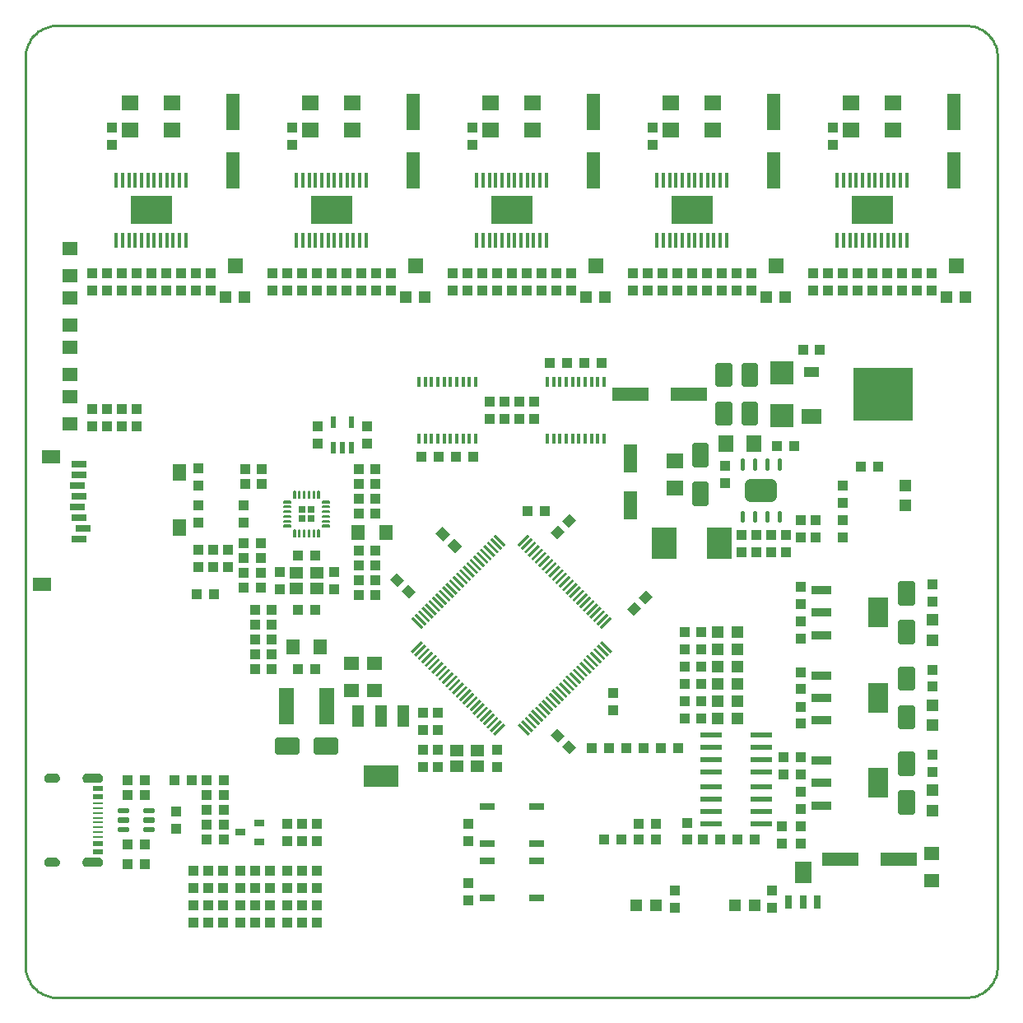
<source format=gbr>
G04 EAGLE Gerber RS-274X export*
G75*
%MOMM*%
%FSLAX34Y34*%
%LPD*%
%INGPT*%
%IPPOS*%
%AMOC8*
5,1,8,0,0,1.08239X$1,22.5*%
G01*
%ADD10R,2.095500X1.524000*%
%ADD11R,0.270000X1.500000*%
%ADD12R,1.500000X0.270000*%
%ADD13R,1.400000X1.200000*%
%ADD14R,1.000000X1.100000*%
%ADD15R,1.100000X1.000000*%
%ADD16R,1.600000X1.400000*%
%ADD17R,1.524000X0.762000*%
%ADD18R,1.200000X1.200000*%
%ADD19R,0.426000X1.650000*%
%ADD20R,4.320000X3.000000*%
%ADD21R,1.800000X1.600000*%
%ADD22R,0.304800X0.990600*%
%ADD23C,0.140000*%
%ADD24R,0.650000X0.650000*%
%ADD25R,1.400000X1.600000*%
%ADD26R,0.550000X1.200000*%
%ADD27R,1.219200X2.235200*%
%ADD28R,3.600000X2.200000*%
%ADD29R,3.800000X1.400000*%
%ADD30R,2.150000X0.950000*%
%ADD31R,2.150000X3.150000*%
%ADD32C,0.510000*%
%ADD33R,1.400000X3.800000*%
%ADD34R,1.400000X1.800000*%
%ADD35R,1.900000X1.400000*%
%ADD36R,1.500000X0.800000*%
%ADD37R,2.200000X0.600000*%
%ADD38R,0.800000X1.400000*%
%ADD39R,1.800000X2.200000*%
%ADD40R,6.200000X5.400000*%
%ADD41R,1.600000X1.000000*%
%ADD42R,2.400000X2.400000*%
%ADD43R,1.400000X3.000000*%
%ADD44R,1.000000X0.280000*%
%ADD45R,1.000000X0.560000*%
%ADD46C,0.363000*%
%ADD47R,1.016000X0.635000*%
%ADD48R,1.600000X1.500000*%
%ADD49R,1.500000X3.700000*%
%ADD50R,1.600000X1.800000*%
%ADD51C,0.250000*%
%ADD52C,1.200000*%
%ADD53R,2.500000X3.200000*%
%ADD54C,0.254000*%

G36*
X-424835Y-363206D02*
X-424835Y-363206D01*
X-424832Y-363209D01*
X-423737Y-363029D01*
X-423731Y-363023D01*
X-423726Y-363026D01*
X-422698Y-362607D01*
X-422694Y-362600D01*
X-422689Y-362602D01*
X-421780Y-361965D01*
X-421778Y-361957D01*
X-421772Y-361957D01*
X-421028Y-361134D01*
X-421027Y-361126D01*
X-421021Y-361125D01*
X-420479Y-360157D01*
X-420480Y-360148D01*
X-420474Y-360146D01*
X-420161Y-359082D01*
X-420164Y-359074D01*
X-420159Y-359071D01*
X-420091Y-357963D01*
X-420095Y-357957D01*
X-420091Y-357953D01*
X-420261Y-356845D01*
X-420267Y-356839D01*
X-420264Y-356834D01*
X-420676Y-355792D01*
X-420683Y-355788D01*
X-420681Y-355783D01*
X-421315Y-354858D01*
X-421323Y-354856D01*
X-421322Y-354850D01*
X-422146Y-354090D01*
X-422154Y-354089D01*
X-422154Y-354083D01*
X-423126Y-353526D01*
X-423134Y-353527D01*
X-423136Y-353521D01*
X-424208Y-353194D01*
X-424216Y-353197D01*
X-424219Y-353192D01*
X-425336Y-353111D01*
X-425339Y-353112D01*
X-425340Y-353111D01*
X-437340Y-353111D01*
X-437343Y-353113D01*
X-437350Y-353113D01*
X-437351Y-353112D01*
X-438295Y-353331D01*
X-438301Y-353337D01*
X-438306Y-353335D01*
X-439178Y-353759D01*
X-439181Y-353766D01*
X-439187Y-353764D01*
X-439943Y-354371D01*
X-439945Y-354379D01*
X-439951Y-354379D01*
X-440552Y-355139D01*
X-440552Y-355148D01*
X-440558Y-355149D01*
X-440976Y-356024D01*
X-440974Y-356032D01*
X-440979Y-356034D01*
X-441192Y-356980D01*
X-441188Y-356987D01*
X-441193Y-356991D01*
X-441189Y-357960D01*
X-441189Y-357961D01*
X-441170Y-359029D01*
X-441165Y-359036D01*
X-441169Y-359040D01*
X-440913Y-360077D01*
X-440906Y-360082D01*
X-440909Y-360088D01*
X-440428Y-361042D01*
X-440421Y-361046D01*
X-440422Y-361051D01*
X-439741Y-361875D01*
X-439733Y-361876D01*
X-439733Y-361882D01*
X-438886Y-362533D01*
X-438878Y-362533D01*
X-438877Y-362539D01*
X-437906Y-362986D01*
X-437898Y-362984D01*
X-437896Y-362989D01*
X-436850Y-363208D01*
X-436843Y-363205D01*
X-436840Y-363209D01*
X-424840Y-363209D01*
X-424835Y-363206D01*
G37*
G36*
X-424835Y-276805D02*
X-424835Y-276805D01*
X-424832Y-276809D01*
X-423726Y-276616D01*
X-423721Y-276611D01*
X-423721Y-276610D01*
X-423716Y-276613D01*
X-422681Y-276180D01*
X-422677Y-276173D01*
X-422672Y-276175D01*
X-421759Y-275522D01*
X-421757Y-275514D01*
X-421751Y-275515D01*
X-421007Y-274676D01*
X-421006Y-274667D01*
X-421001Y-274667D01*
X-420462Y-273683D01*
X-420463Y-273675D01*
X-420462Y-273674D01*
X-420458Y-273673D01*
X-420457Y-273671D01*
X-420275Y-273030D01*
X-420151Y-272594D01*
X-420153Y-272589D01*
X-420151Y-272587D01*
X-420153Y-272585D01*
X-420149Y-272583D01*
X-420091Y-271463D01*
X-420094Y-271458D01*
X-420091Y-271455D01*
X-420209Y-270409D01*
X-420215Y-270403D01*
X-420211Y-270398D01*
X-420559Y-269404D01*
X-420566Y-269400D01*
X-420564Y-269395D01*
X-421124Y-268503D01*
X-421131Y-268501D01*
X-421131Y-268495D01*
X-421875Y-267751D01*
X-421883Y-267749D01*
X-421883Y-267744D01*
X-422775Y-267184D01*
X-422783Y-267184D01*
X-422784Y-267179D01*
X-423778Y-266831D01*
X-423786Y-266834D01*
X-423789Y-266829D01*
X-424835Y-266711D01*
X-424838Y-266713D01*
X-424840Y-266711D01*
X-436840Y-266711D01*
X-436843Y-266713D01*
X-436846Y-266713D01*
X-436848Y-266711D01*
X-437844Y-266869D01*
X-437850Y-266875D01*
X-437855Y-266872D01*
X-438791Y-267247D01*
X-438795Y-267254D01*
X-438801Y-267252D01*
X-439630Y-267826D01*
X-439633Y-267834D01*
X-439638Y-267833D01*
X-440319Y-268577D01*
X-440320Y-268586D01*
X-440326Y-268586D01*
X-440824Y-269463D01*
X-440823Y-269472D01*
X-440828Y-269474D01*
X-441016Y-270098D01*
X-441119Y-270439D01*
X-441118Y-270442D01*
X-441119Y-270443D01*
X-441116Y-270447D01*
X-441121Y-270450D01*
X-441189Y-271457D01*
X-441188Y-271459D01*
X-441189Y-271460D01*
X-441180Y-272541D01*
X-441175Y-272548D01*
X-441179Y-272552D01*
X-440930Y-273604D01*
X-440923Y-273609D01*
X-440926Y-273614D01*
X-440449Y-274584D01*
X-440441Y-274587D01*
X-440443Y-274593D01*
X-439762Y-275432D01*
X-439754Y-275434D01*
X-439754Y-275440D01*
X-438904Y-276106D01*
X-438895Y-276107D01*
X-438894Y-276112D01*
X-437917Y-276573D01*
X-437909Y-276571D01*
X-437906Y-276577D01*
X-436851Y-276808D01*
X-436843Y-276805D01*
X-436840Y-276809D01*
X-424840Y-276809D01*
X-424835Y-276805D01*
G37*
G36*
X-469636Y-363206D02*
X-469636Y-363206D01*
X-469634Y-363209D01*
X-468501Y-363059D01*
X-468495Y-363053D01*
X-468490Y-363056D01*
X-467420Y-362658D01*
X-467416Y-362651D01*
X-467410Y-362653D01*
X-466455Y-362026D01*
X-466452Y-362018D01*
X-466447Y-362019D01*
X-465655Y-361196D01*
X-465654Y-361188D01*
X-465648Y-361187D01*
X-465059Y-360208D01*
X-465060Y-360200D01*
X-465055Y-360198D01*
X-464699Y-359113D01*
X-464702Y-359105D01*
X-464697Y-359102D01*
X-464591Y-357965D01*
X-464596Y-357956D01*
X-464592Y-357951D01*
X-464799Y-356814D01*
X-464805Y-356808D01*
X-464802Y-356803D01*
X-465257Y-355741D01*
X-465264Y-355737D01*
X-465262Y-355731D01*
X-465942Y-354796D01*
X-465950Y-354794D01*
X-465949Y-354788D01*
X-466820Y-354028D01*
X-466828Y-354028D01*
X-466829Y-354022D01*
X-467848Y-353475D01*
X-467856Y-353476D01*
X-467858Y-353471D01*
X-468972Y-353164D01*
X-468980Y-353167D01*
X-468983Y-353162D01*
X-470138Y-353111D01*
X-470139Y-353112D01*
X-470140Y-353111D01*
X-476140Y-353111D01*
X-476143Y-353113D01*
X-476148Y-353113D01*
X-476149Y-353112D01*
X-477230Y-353324D01*
X-477235Y-353330D01*
X-477240Y-353327D01*
X-478246Y-353774D01*
X-478250Y-353781D01*
X-478256Y-353779D01*
X-479137Y-354439D01*
X-479140Y-354447D01*
X-479145Y-354447D01*
X-479858Y-355286D01*
X-479858Y-355294D01*
X-479864Y-355295D01*
X-480372Y-356272D01*
X-480371Y-356280D01*
X-480376Y-356282D01*
X-480654Y-357347D01*
X-480651Y-357355D01*
X-480655Y-357358D01*
X-480689Y-358459D01*
X-480686Y-358464D01*
X-480689Y-358467D01*
X-480534Y-359543D01*
X-480528Y-359548D01*
X-480531Y-359553D01*
X-480141Y-360567D01*
X-480134Y-360571D01*
X-480136Y-360577D01*
X-479529Y-361479D01*
X-479521Y-361481D01*
X-479522Y-361487D01*
X-478730Y-362231D01*
X-478722Y-362232D01*
X-478722Y-362238D01*
X-477784Y-362787D01*
X-477776Y-362786D01*
X-477774Y-362792D01*
X-476738Y-363119D01*
X-476730Y-363116D01*
X-476727Y-363121D01*
X-475644Y-363209D01*
X-475641Y-363207D01*
X-475640Y-363209D01*
X-469640Y-363209D01*
X-469636Y-363206D01*
G37*
G36*
X-469637Y-276807D02*
X-469637Y-276807D01*
X-469636Y-276809D01*
X-468543Y-276708D01*
X-468537Y-276703D01*
X-468532Y-276706D01*
X-467489Y-276365D01*
X-467484Y-276358D01*
X-467479Y-276360D01*
X-466538Y-275796D01*
X-466535Y-275788D01*
X-466529Y-275789D01*
X-465737Y-275029D01*
X-465736Y-275021D01*
X-465730Y-275020D01*
X-465128Y-274103D01*
X-465128Y-274095D01*
X-465123Y-274093D01*
X-464739Y-273065D01*
X-464741Y-273057D01*
X-464736Y-273054D01*
X-464591Y-271967D01*
X-464595Y-271959D01*
X-464591Y-271955D01*
X-464697Y-270818D01*
X-464702Y-270812D01*
X-464699Y-270807D01*
X-465055Y-269722D01*
X-465062Y-269717D01*
X-465059Y-269712D01*
X-465648Y-268733D01*
X-465656Y-268730D01*
X-465655Y-268724D01*
X-466447Y-267901D01*
X-466455Y-267900D01*
X-466455Y-267894D01*
X-467410Y-267267D01*
X-467418Y-267268D01*
X-467420Y-267262D01*
X-468490Y-266864D01*
X-468498Y-266866D01*
X-468501Y-266861D01*
X-469634Y-266711D01*
X-469637Y-266713D01*
X-469638Y-266713D01*
X-469640Y-266711D01*
X-475640Y-266711D01*
X-475643Y-266713D01*
X-475645Y-266713D01*
X-475646Y-266711D01*
X-476779Y-266861D01*
X-476785Y-266867D01*
X-476790Y-266864D01*
X-477860Y-267262D01*
X-477864Y-267269D01*
X-477870Y-267267D01*
X-478825Y-267894D01*
X-478828Y-267902D01*
X-478833Y-267901D01*
X-479625Y-268724D01*
X-479626Y-268732D01*
X-479632Y-268733D01*
X-480221Y-269712D01*
X-480220Y-269720D01*
X-480225Y-269722D01*
X-480581Y-270807D01*
X-480579Y-270815D01*
X-480583Y-270818D01*
X-480689Y-271955D01*
X-480685Y-271962D01*
X-480689Y-271967D01*
X-480544Y-273054D01*
X-480538Y-273060D01*
X-480541Y-273065D01*
X-480158Y-274093D01*
X-480151Y-274098D01*
X-480153Y-274103D01*
X-479550Y-275020D01*
X-479542Y-275023D01*
X-479543Y-275029D01*
X-478751Y-275789D01*
X-478743Y-275790D01*
X-478742Y-275796D01*
X-477801Y-276360D01*
X-477793Y-276359D01*
X-477791Y-276365D01*
X-476748Y-276706D01*
X-476740Y-276704D01*
X-476737Y-276708D01*
X-475645Y-276809D01*
X-475642Y-276807D01*
X-475640Y-276809D01*
X-469640Y-276809D01*
X-469637Y-276807D01*
G37*
D10*
X308928Y100330D03*
D11*
G36*
X8026Y-33490D02*
X6117Y-31581D01*
X16722Y-20976D01*
X18631Y-22885D01*
X8026Y-33490D01*
G37*
G36*
X11562Y-37025D02*
X9653Y-35116D01*
X20258Y-24511D01*
X22167Y-26420D01*
X11562Y-37025D01*
G37*
G36*
X15097Y-40561D02*
X13188Y-38652D01*
X23793Y-28047D01*
X25702Y-29956D01*
X15097Y-40561D01*
G37*
G36*
X18633Y-44096D02*
X16724Y-42187D01*
X27329Y-31582D01*
X29238Y-33491D01*
X18633Y-44096D01*
G37*
G36*
X22169Y-47632D02*
X20260Y-45723D01*
X30865Y-35118D01*
X32774Y-37027D01*
X22169Y-47632D01*
G37*
G36*
X25704Y-51167D02*
X23795Y-49258D01*
X34400Y-38653D01*
X36309Y-40562D01*
X25704Y-51167D01*
G37*
G36*
X29240Y-54703D02*
X27331Y-52794D01*
X37936Y-42189D01*
X39845Y-44098D01*
X29240Y-54703D01*
G37*
G36*
X32775Y-58239D02*
X30866Y-56330D01*
X41471Y-45725D01*
X43380Y-47634D01*
X32775Y-58239D01*
G37*
G36*
X36311Y-61774D02*
X34402Y-59865D01*
X45007Y-49260D01*
X46916Y-51169D01*
X36311Y-61774D01*
G37*
G36*
X39846Y-65310D02*
X37937Y-63401D01*
X48542Y-52796D01*
X50451Y-54705D01*
X39846Y-65310D01*
G37*
G36*
X43382Y-68845D02*
X41473Y-66936D01*
X52078Y-56331D01*
X53987Y-58240D01*
X43382Y-68845D01*
G37*
G36*
X46917Y-72381D02*
X45008Y-70472D01*
X55613Y-59867D01*
X57522Y-61776D01*
X46917Y-72381D01*
G37*
G36*
X50453Y-75916D02*
X48544Y-74007D01*
X59149Y-63402D01*
X61058Y-65311D01*
X50453Y-75916D01*
G37*
G36*
X53988Y-79452D02*
X52079Y-77543D01*
X62684Y-66938D01*
X64593Y-68847D01*
X53988Y-79452D01*
G37*
G36*
X57524Y-82987D02*
X55615Y-81078D01*
X66220Y-70473D01*
X68129Y-72382D01*
X57524Y-82987D01*
G37*
G36*
X61059Y-86523D02*
X59150Y-84614D01*
X69755Y-74009D01*
X71664Y-75918D01*
X61059Y-86523D01*
G37*
G36*
X64595Y-90058D02*
X62686Y-88149D01*
X73291Y-77544D01*
X75200Y-79453D01*
X64595Y-90058D01*
G37*
G36*
X68130Y-93594D02*
X66221Y-91685D01*
X76826Y-81080D01*
X78735Y-82989D01*
X68130Y-93594D01*
G37*
G36*
X71666Y-97129D02*
X69757Y-95220D01*
X80362Y-84615D01*
X82271Y-86524D01*
X71666Y-97129D01*
G37*
G36*
X75202Y-100665D02*
X73293Y-98756D01*
X83898Y-88151D01*
X85807Y-90060D01*
X75202Y-100665D01*
G37*
G36*
X78737Y-104200D02*
X76828Y-102291D01*
X87433Y-91686D01*
X89342Y-93595D01*
X78737Y-104200D01*
G37*
G36*
X82273Y-107736D02*
X80364Y-105827D01*
X90969Y-95222D01*
X92878Y-97131D01*
X82273Y-107736D01*
G37*
G36*
X85808Y-111272D02*
X83899Y-109363D01*
X94504Y-98758D01*
X96413Y-100667D01*
X85808Y-111272D01*
G37*
G36*
X89344Y-114807D02*
X87435Y-112898D01*
X98040Y-102293D01*
X99949Y-104202D01*
X89344Y-114807D01*
G37*
G36*
X92879Y-118343D02*
X90970Y-116434D01*
X101575Y-105829D01*
X103484Y-107738D01*
X92879Y-118343D01*
G37*
G36*
X-101575Y-143091D02*
X-103484Y-141182D01*
X-92879Y-130577D01*
X-90970Y-132486D01*
X-101575Y-143091D01*
G37*
G36*
X-98040Y-146627D02*
X-99949Y-144718D01*
X-89344Y-134113D01*
X-87435Y-136022D01*
X-98040Y-146627D01*
G37*
G36*
X-94504Y-150162D02*
X-96413Y-148253D01*
X-85808Y-137648D01*
X-83899Y-139557D01*
X-94504Y-150162D01*
G37*
G36*
X-90969Y-153698D02*
X-92878Y-151789D01*
X-82273Y-141184D01*
X-80364Y-143093D01*
X-90969Y-153698D01*
G37*
G36*
X-87433Y-157234D02*
X-89342Y-155325D01*
X-78737Y-144720D01*
X-76828Y-146629D01*
X-87433Y-157234D01*
G37*
G36*
X-83898Y-160769D02*
X-85807Y-158860D01*
X-75202Y-148255D01*
X-73293Y-150164D01*
X-83898Y-160769D01*
G37*
G36*
X-80362Y-164305D02*
X-82271Y-162396D01*
X-71666Y-151791D01*
X-69757Y-153700D01*
X-80362Y-164305D01*
G37*
G36*
X-76826Y-167840D02*
X-78735Y-165931D01*
X-68130Y-155326D01*
X-66221Y-157235D01*
X-76826Y-167840D01*
G37*
G36*
X-73291Y-171376D02*
X-75200Y-169467D01*
X-64595Y-158862D01*
X-62686Y-160771D01*
X-73291Y-171376D01*
G37*
G36*
X-69755Y-174911D02*
X-71664Y-173002D01*
X-61059Y-162397D01*
X-59150Y-164306D01*
X-69755Y-174911D01*
G37*
G36*
X-66220Y-178447D02*
X-68129Y-176538D01*
X-57524Y-165933D01*
X-55615Y-167842D01*
X-66220Y-178447D01*
G37*
G36*
X-62684Y-181982D02*
X-64593Y-180073D01*
X-53988Y-169468D01*
X-52079Y-171377D01*
X-62684Y-181982D01*
G37*
G36*
X-59149Y-185518D02*
X-61058Y-183609D01*
X-50453Y-173004D01*
X-48544Y-174913D01*
X-59149Y-185518D01*
G37*
G36*
X-55613Y-189053D02*
X-57522Y-187144D01*
X-46917Y-176539D01*
X-45008Y-178448D01*
X-55613Y-189053D01*
G37*
G36*
X-52078Y-192589D02*
X-53987Y-190680D01*
X-43382Y-180075D01*
X-41473Y-181984D01*
X-52078Y-192589D01*
G37*
G36*
X-48542Y-196124D02*
X-50451Y-194215D01*
X-39846Y-183610D01*
X-37937Y-185519D01*
X-48542Y-196124D01*
G37*
G36*
X-45007Y-199660D02*
X-46916Y-197751D01*
X-36311Y-187146D01*
X-34402Y-189055D01*
X-45007Y-199660D01*
G37*
G36*
X-41471Y-203195D02*
X-43380Y-201286D01*
X-32775Y-190681D01*
X-30866Y-192590D01*
X-41471Y-203195D01*
G37*
G36*
X-37936Y-206731D02*
X-39845Y-204822D01*
X-29240Y-194217D01*
X-27331Y-196126D01*
X-37936Y-206731D01*
G37*
G36*
X-34400Y-210267D02*
X-36309Y-208358D01*
X-25704Y-197753D01*
X-23795Y-199662D01*
X-34400Y-210267D01*
G37*
G36*
X-30865Y-213802D02*
X-32774Y-211893D01*
X-22169Y-201288D01*
X-20260Y-203197D01*
X-30865Y-213802D01*
G37*
G36*
X-27329Y-217338D02*
X-29238Y-215429D01*
X-18633Y-204824D01*
X-16724Y-206733D01*
X-27329Y-217338D01*
G37*
G36*
X-23793Y-220873D02*
X-25702Y-218964D01*
X-15097Y-208359D01*
X-13188Y-210268D01*
X-23793Y-220873D01*
G37*
G36*
X-20258Y-224409D02*
X-22167Y-222500D01*
X-11562Y-211895D01*
X-9653Y-213804D01*
X-20258Y-224409D01*
G37*
G36*
X-16722Y-227944D02*
X-18631Y-226035D01*
X-8026Y-215430D01*
X-6117Y-217339D01*
X-16722Y-227944D01*
G37*
D12*
G36*
X16722Y-227944D02*
X6117Y-217339D01*
X8026Y-215430D01*
X18631Y-226035D01*
X16722Y-227944D01*
G37*
G36*
X20258Y-224409D02*
X9653Y-213804D01*
X11562Y-211895D01*
X22167Y-222500D01*
X20258Y-224409D01*
G37*
G36*
X23793Y-220873D02*
X13188Y-210268D01*
X15097Y-208359D01*
X25702Y-218964D01*
X23793Y-220873D01*
G37*
G36*
X27329Y-217338D02*
X16724Y-206733D01*
X18633Y-204824D01*
X29238Y-215429D01*
X27329Y-217338D01*
G37*
G36*
X30865Y-213802D02*
X20260Y-203197D01*
X22169Y-201288D01*
X32774Y-211893D01*
X30865Y-213802D01*
G37*
G36*
X34400Y-210267D02*
X23795Y-199662D01*
X25704Y-197753D01*
X36309Y-208358D01*
X34400Y-210267D01*
G37*
G36*
X37936Y-206731D02*
X27331Y-196126D01*
X29240Y-194217D01*
X39845Y-204822D01*
X37936Y-206731D01*
G37*
G36*
X41471Y-203195D02*
X30866Y-192590D01*
X32775Y-190681D01*
X43380Y-201286D01*
X41471Y-203195D01*
G37*
G36*
X45007Y-199660D02*
X34402Y-189055D01*
X36311Y-187146D01*
X46916Y-197751D01*
X45007Y-199660D01*
G37*
G36*
X48542Y-196124D02*
X37937Y-185519D01*
X39846Y-183610D01*
X50451Y-194215D01*
X48542Y-196124D01*
G37*
G36*
X52078Y-192589D02*
X41473Y-181984D01*
X43382Y-180075D01*
X53987Y-190680D01*
X52078Y-192589D01*
G37*
G36*
X55613Y-189053D02*
X45008Y-178448D01*
X46917Y-176539D01*
X57522Y-187144D01*
X55613Y-189053D01*
G37*
G36*
X59149Y-185518D02*
X48544Y-174913D01*
X50453Y-173004D01*
X61058Y-183609D01*
X59149Y-185518D01*
G37*
G36*
X62684Y-181982D02*
X52079Y-171377D01*
X53988Y-169468D01*
X64593Y-180073D01*
X62684Y-181982D01*
G37*
G36*
X66220Y-178447D02*
X55615Y-167842D01*
X57524Y-165933D01*
X68129Y-176538D01*
X66220Y-178447D01*
G37*
G36*
X69755Y-174911D02*
X59150Y-164306D01*
X61059Y-162397D01*
X71664Y-173002D01*
X69755Y-174911D01*
G37*
G36*
X73291Y-171376D02*
X62686Y-160771D01*
X64595Y-158862D01*
X75200Y-169467D01*
X73291Y-171376D01*
G37*
G36*
X76826Y-167840D02*
X66221Y-157235D01*
X68130Y-155326D01*
X78735Y-165931D01*
X76826Y-167840D01*
G37*
G36*
X80362Y-164305D02*
X69757Y-153700D01*
X71666Y-151791D01*
X82271Y-162396D01*
X80362Y-164305D01*
G37*
G36*
X83898Y-160769D02*
X73293Y-150164D01*
X75202Y-148255D01*
X85807Y-158860D01*
X83898Y-160769D01*
G37*
G36*
X87433Y-157234D02*
X76828Y-146629D01*
X78737Y-144720D01*
X89342Y-155325D01*
X87433Y-157234D01*
G37*
G36*
X90969Y-153698D02*
X80364Y-143093D01*
X82273Y-141184D01*
X92878Y-151789D01*
X90969Y-153698D01*
G37*
G36*
X94504Y-150162D02*
X83899Y-139557D01*
X85808Y-137648D01*
X96413Y-148253D01*
X94504Y-150162D01*
G37*
G36*
X98040Y-146627D02*
X87435Y-136022D01*
X89344Y-134113D01*
X99949Y-144718D01*
X98040Y-146627D01*
G37*
G36*
X101575Y-143091D02*
X90970Y-132486D01*
X92879Y-130577D01*
X103484Y-141182D01*
X101575Y-143091D01*
G37*
G36*
X-8026Y-33490D02*
X-18631Y-22885D01*
X-16722Y-20976D01*
X-6117Y-31581D01*
X-8026Y-33490D01*
G37*
G36*
X-11562Y-37025D02*
X-22167Y-26420D01*
X-20258Y-24511D01*
X-9653Y-35116D01*
X-11562Y-37025D01*
G37*
G36*
X-15097Y-40561D02*
X-25702Y-29956D01*
X-23793Y-28047D01*
X-13188Y-38652D01*
X-15097Y-40561D01*
G37*
G36*
X-18633Y-44096D02*
X-29238Y-33491D01*
X-27329Y-31582D01*
X-16724Y-42187D01*
X-18633Y-44096D01*
G37*
G36*
X-22169Y-47632D02*
X-32774Y-37027D01*
X-30865Y-35118D01*
X-20260Y-45723D01*
X-22169Y-47632D01*
G37*
G36*
X-25704Y-51167D02*
X-36309Y-40562D01*
X-34400Y-38653D01*
X-23795Y-49258D01*
X-25704Y-51167D01*
G37*
G36*
X-29240Y-54703D02*
X-39845Y-44098D01*
X-37936Y-42189D01*
X-27331Y-52794D01*
X-29240Y-54703D01*
G37*
G36*
X-32775Y-58239D02*
X-43380Y-47634D01*
X-41471Y-45725D01*
X-30866Y-56330D01*
X-32775Y-58239D01*
G37*
G36*
X-36311Y-61774D02*
X-46916Y-51169D01*
X-45007Y-49260D01*
X-34402Y-59865D01*
X-36311Y-61774D01*
G37*
G36*
X-39846Y-65310D02*
X-50451Y-54705D01*
X-48542Y-52796D01*
X-37937Y-63401D01*
X-39846Y-65310D01*
G37*
G36*
X-43382Y-68845D02*
X-53987Y-58240D01*
X-52078Y-56331D01*
X-41473Y-66936D01*
X-43382Y-68845D01*
G37*
G36*
X-46917Y-72381D02*
X-57522Y-61776D01*
X-55613Y-59867D01*
X-45008Y-70472D01*
X-46917Y-72381D01*
G37*
G36*
X-50453Y-75916D02*
X-61058Y-65311D01*
X-59149Y-63402D01*
X-48544Y-74007D01*
X-50453Y-75916D01*
G37*
G36*
X-53988Y-79452D02*
X-64593Y-68847D01*
X-62684Y-66938D01*
X-52079Y-77543D01*
X-53988Y-79452D01*
G37*
G36*
X-57524Y-82987D02*
X-68129Y-72382D01*
X-66220Y-70473D01*
X-55615Y-81078D01*
X-57524Y-82987D01*
G37*
G36*
X-61059Y-86523D02*
X-71664Y-75918D01*
X-69755Y-74009D01*
X-59150Y-84614D01*
X-61059Y-86523D01*
G37*
G36*
X-64595Y-90058D02*
X-75200Y-79453D01*
X-73291Y-77544D01*
X-62686Y-88149D01*
X-64595Y-90058D01*
G37*
G36*
X-68130Y-93594D02*
X-78735Y-82989D01*
X-76826Y-81080D01*
X-66221Y-91685D01*
X-68130Y-93594D01*
G37*
G36*
X-71666Y-97129D02*
X-82271Y-86524D01*
X-80362Y-84615D01*
X-69757Y-95220D01*
X-71666Y-97129D01*
G37*
G36*
X-75202Y-100665D02*
X-85807Y-90060D01*
X-83898Y-88151D01*
X-73293Y-98756D01*
X-75202Y-100665D01*
G37*
G36*
X-78737Y-104200D02*
X-89342Y-93595D01*
X-87433Y-91686D01*
X-76828Y-102291D01*
X-78737Y-104200D01*
G37*
G36*
X-82273Y-107736D02*
X-92878Y-97131D01*
X-90969Y-95222D01*
X-80364Y-105827D01*
X-82273Y-107736D01*
G37*
G36*
X-85808Y-111272D02*
X-96413Y-100667D01*
X-94504Y-98758D01*
X-83899Y-109363D01*
X-85808Y-111272D01*
G37*
G36*
X-89344Y-114807D02*
X-99949Y-104202D01*
X-98040Y-102293D01*
X-87435Y-112898D01*
X-89344Y-114807D01*
G37*
G36*
X-92879Y-118343D02*
X-103484Y-107738D01*
X-101575Y-105829D01*
X-90970Y-116434D01*
X-92879Y-118343D01*
G37*
D13*
X-34720Y-259460D03*
X-56720Y-259460D03*
X-34720Y-243460D03*
X-56720Y-243460D03*
D14*
X-76200Y-259960D03*
X-76200Y-242960D03*
X-15240Y-242960D03*
X-15240Y-259960D03*
D15*
G36*
X130666Y-85783D02*
X138443Y-78006D01*
X145514Y-85077D01*
X137737Y-92854D01*
X130666Y-85783D01*
G37*
G36*
X118646Y-97803D02*
X126423Y-90026D01*
X133494Y-97097D01*
X125717Y-104874D01*
X118646Y-97803D01*
G37*
D14*
X104140Y-201540D03*
X104140Y-184540D03*
D15*
G36*
X58997Y-232266D02*
X66774Y-240043D01*
X59703Y-247114D01*
X51926Y-239337D01*
X58997Y-232266D01*
G37*
G36*
X46977Y-220246D02*
X54754Y-228023D01*
X47683Y-235094D01*
X39906Y-227317D01*
X46977Y-220246D01*
G37*
G36*
X-117417Y-75074D02*
X-125194Y-67297D01*
X-118123Y-60226D01*
X-110346Y-68003D01*
X-117417Y-75074D01*
G37*
G36*
X-105397Y-87094D02*
X-113174Y-79317D01*
X-106103Y-72246D01*
X-98326Y-80023D01*
X-105397Y-87094D01*
G37*
G36*
X-70427Y-28084D02*
X-78204Y-20307D01*
X-71133Y-13236D01*
X-63356Y-21013D01*
X-70427Y-28084D01*
G37*
G36*
X-58407Y-40104D02*
X-66184Y-32327D01*
X-59113Y-25256D01*
X-51336Y-33033D01*
X-58407Y-40104D01*
G37*
D14*
X-91440Y-259960D03*
X-91440Y-242960D03*
D16*
X-140970Y-153640D03*
X-140970Y-181640D03*
D14*
X-76200Y-204860D03*
X-76200Y-221860D03*
X-44450Y-397120D03*
X-44450Y-380120D03*
D15*
X-313300Y-304800D03*
X-296300Y-304800D03*
X-313300Y-289560D03*
X-296300Y-289560D03*
X-313300Y-274320D03*
X-296300Y-274320D03*
X-296300Y-320040D03*
X-313300Y-320040D03*
D14*
X-292100Y-37220D03*
X-292100Y-54220D03*
X-44450Y-319160D03*
X-44450Y-336160D03*
D15*
X82940Y-241300D03*
X99940Y-241300D03*
X118500Y-241300D03*
X135500Y-241300D03*
D17*
X-25400Y-356870D03*
X25400Y-356870D03*
X-25400Y-394970D03*
X25400Y-394970D03*
D18*
X232750Y-210820D03*
X211750Y-210820D03*
X232750Y-193040D03*
X211750Y-193040D03*
X232750Y-175260D03*
X211750Y-175260D03*
X232750Y-157480D03*
X211750Y-157480D03*
D15*
X195190Y-210820D03*
X178190Y-210820D03*
X195190Y-193040D03*
X178190Y-193040D03*
X195190Y-175260D03*
X178190Y-175260D03*
X195190Y-157480D03*
X178190Y-157480D03*
D14*
X-200660Y-336160D03*
X-200660Y-319160D03*
X-215900Y-319160D03*
X-215900Y-336160D03*
X-322580Y-54220D03*
X-322580Y-37220D03*
X-322580Y29600D03*
X-322580Y46600D03*
X-307340Y-54220D03*
X-307340Y-37220D03*
D17*
X25400Y-339090D03*
X-25400Y-339090D03*
X25400Y-300990D03*
X-25400Y-300990D03*
D15*
G36*
X51926Y-7043D02*
X59703Y734D01*
X66774Y-6337D01*
X58997Y-14114D01*
X51926Y-7043D01*
G37*
G36*
X39906Y-19063D02*
X47683Y-11286D01*
X54754Y-18357D01*
X46977Y-26134D01*
X39906Y-19063D01*
G37*
D16*
X-454660Y273080D03*
X-454660Y245080D03*
X-454660Y222280D03*
X-454660Y194280D03*
X-454660Y171480D03*
X-454660Y143480D03*
D15*
X-39760Y58420D03*
X-56760Y58420D03*
X-92320Y58420D03*
X-75320Y58420D03*
D19*
X-406590Y342920D03*
X-400090Y342920D03*
X-393590Y342920D03*
X-387090Y342920D03*
X-380590Y342920D03*
X-374090Y342920D03*
X-367590Y342920D03*
X-361090Y342920D03*
X-354590Y342920D03*
X-348090Y342920D03*
X-341590Y342920D03*
X-335090Y342920D03*
X-406590Y281920D03*
X-400090Y281920D03*
X-393590Y281920D03*
X-387090Y281920D03*
X-380590Y281920D03*
X-374090Y281920D03*
X-367590Y281920D03*
X-361090Y281920D03*
X-354590Y281920D03*
X-348090Y281920D03*
X-341590Y281920D03*
X-335090Y281920D03*
D20*
X-370840Y312420D03*
D14*
X-431800Y247260D03*
X-431800Y230260D03*
X-416560Y230260D03*
X-416560Y247260D03*
X-325120Y247260D03*
X-325120Y230260D03*
X-370840Y247260D03*
X-370840Y230260D03*
X-401320Y230260D03*
X-401320Y247260D03*
X-340360Y247260D03*
X-340360Y230260D03*
D21*
X-349250Y422940D03*
X-349250Y394940D03*
X-392430Y422940D03*
X-392430Y394940D03*
D19*
X-221170Y342920D03*
X-214670Y342920D03*
X-208170Y342920D03*
X-201670Y342920D03*
X-195170Y342920D03*
X-188670Y342920D03*
X-182170Y342920D03*
X-175670Y342920D03*
X-169170Y342920D03*
X-162670Y342920D03*
X-156170Y342920D03*
X-149670Y342920D03*
X-221170Y281920D03*
X-214670Y281920D03*
X-208170Y281920D03*
X-201670Y281920D03*
X-195170Y281920D03*
X-188670Y281920D03*
X-182170Y281920D03*
X-175670Y281920D03*
X-169170Y281920D03*
X-162670Y281920D03*
X-156170Y281920D03*
X-149670Y281920D03*
D20*
X-185420Y312420D03*
D14*
X-246380Y247260D03*
X-246380Y230260D03*
X-231140Y230260D03*
X-231140Y247260D03*
X-139700Y247260D03*
X-139700Y230260D03*
X-185420Y247260D03*
X-185420Y230260D03*
X-215900Y230260D03*
X-215900Y247260D03*
X-154940Y247260D03*
X-154940Y230260D03*
D21*
X-163830Y422940D03*
X-163830Y394940D03*
X-207010Y422940D03*
X-207010Y394940D03*
D19*
X-35750Y342920D03*
X-29250Y342920D03*
X-22750Y342920D03*
X-16250Y342920D03*
X-9750Y342920D03*
X-3250Y342920D03*
X3250Y342920D03*
X9750Y342920D03*
X16250Y342920D03*
X22750Y342920D03*
X29250Y342920D03*
X35750Y342920D03*
X-35750Y281920D03*
X-29250Y281920D03*
X-22750Y281920D03*
X-16250Y281920D03*
X-9750Y281920D03*
X-3250Y281920D03*
X3250Y281920D03*
X9750Y281920D03*
X16250Y281920D03*
X22750Y281920D03*
X29250Y281920D03*
X35750Y281920D03*
D20*
X0Y312420D03*
D14*
X-60960Y247260D03*
X-60960Y230260D03*
X-45720Y230260D03*
X-45720Y247260D03*
X45720Y247260D03*
X45720Y230260D03*
X0Y247260D03*
X0Y230260D03*
X-30480Y230260D03*
X-30480Y247260D03*
X30480Y247260D03*
X30480Y230260D03*
D21*
X21590Y422940D03*
X21590Y394940D03*
X-21590Y422940D03*
X-21590Y394940D03*
D19*
X149670Y342920D03*
X156170Y342920D03*
X162670Y342920D03*
X169170Y342920D03*
X175670Y342920D03*
X182170Y342920D03*
X188670Y342920D03*
X195170Y342920D03*
X201670Y342920D03*
X208170Y342920D03*
X214670Y342920D03*
X221170Y342920D03*
X149670Y281920D03*
X156170Y281920D03*
X162670Y281920D03*
X169170Y281920D03*
X175670Y281920D03*
X182170Y281920D03*
X188670Y281920D03*
X195170Y281920D03*
X201670Y281920D03*
X208170Y281920D03*
X214670Y281920D03*
X221170Y281920D03*
D20*
X185420Y312420D03*
D14*
X124460Y247260D03*
X124460Y230260D03*
X139700Y230260D03*
X139700Y247260D03*
X231140Y247260D03*
X231140Y230260D03*
X185420Y247260D03*
X185420Y230260D03*
X154940Y230260D03*
X154940Y247260D03*
X215900Y247260D03*
X215900Y230260D03*
D21*
X207010Y422940D03*
X207010Y394940D03*
X163830Y422940D03*
X163830Y394940D03*
D16*
X-454660Y120680D03*
X-454660Y92680D03*
D14*
X-22860Y115180D03*
X-22860Y98180D03*
X-355600Y230260D03*
X-355600Y247260D03*
X-170180Y247260D03*
X-170180Y230260D03*
X15240Y247260D03*
X15240Y230260D03*
X200660Y247260D03*
X200660Y230260D03*
D22*
X-36790Y135858D03*
X-43290Y135858D03*
X-49790Y135858D03*
X-56290Y135858D03*
X-62790Y135858D03*
X-69290Y135858D03*
X-75790Y135858D03*
X-82290Y135858D03*
X-88790Y135858D03*
X-95290Y135858D03*
X-95290Y77502D03*
X-88790Y77502D03*
X-82290Y77502D03*
X-75790Y77502D03*
X-69290Y77502D03*
X-62790Y77502D03*
X-56290Y77502D03*
X-49790Y77502D03*
X-43290Y77502D03*
X-36790Y77502D03*
D14*
X7620Y115180D03*
X7620Y98180D03*
X-7620Y115180D03*
X-7620Y98180D03*
X-411480Y380120D03*
X-411480Y397120D03*
X-226060Y380120D03*
X-226060Y397120D03*
X144780Y380120D03*
X144780Y397120D03*
X-40640Y380120D03*
X-40640Y397120D03*
X-386080Y247260D03*
X-386080Y230260D03*
X-200660Y247260D03*
X-200660Y230260D03*
X-15240Y247260D03*
X-15240Y230260D03*
X170180Y247260D03*
X170180Y230260D03*
D23*
X-224020Y-16700D02*
X-224020Y-23300D01*
X-224020Y-16700D02*
X-222620Y-16700D01*
X-222620Y-23300D01*
X-224020Y-23300D01*
X-224020Y-21970D02*
X-222620Y-21970D01*
X-222620Y-20640D02*
X-224020Y-20640D01*
X-224020Y-19310D02*
X-222620Y-19310D01*
X-222620Y-17980D02*
X-224020Y-17980D01*
X-219020Y-16700D02*
X-219020Y-23300D01*
X-219020Y-16700D02*
X-217620Y-16700D01*
X-217620Y-23300D01*
X-219020Y-23300D01*
X-219020Y-21970D02*
X-217620Y-21970D01*
X-217620Y-20640D02*
X-219020Y-20640D01*
X-219020Y-19310D02*
X-217620Y-19310D01*
X-217620Y-17980D02*
X-219020Y-17980D01*
X-214020Y-16700D02*
X-214020Y-23300D01*
X-214020Y-16700D02*
X-212620Y-16700D01*
X-212620Y-23300D01*
X-214020Y-23300D01*
X-214020Y-21970D02*
X-212620Y-21970D01*
X-212620Y-20640D02*
X-214020Y-20640D01*
X-214020Y-19310D02*
X-212620Y-19310D01*
X-212620Y-17980D02*
X-214020Y-17980D01*
X-209020Y-16700D02*
X-209020Y-23300D01*
X-209020Y-16700D02*
X-207620Y-16700D01*
X-207620Y-23300D01*
X-209020Y-23300D01*
X-209020Y-21970D02*
X-207620Y-21970D01*
X-207620Y-20640D02*
X-209020Y-20640D01*
X-209020Y-19310D02*
X-207620Y-19310D01*
X-207620Y-17980D02*
X-209020Y-17980D01*
X-204020Y-16700D02*
X-204020Y-23300D01*
X-204020Y-16700D02*
X-202620Y-16700D01*
X-202620Y-23300D01*
X-204020Y-23300D01*
X-204020Y-21970D02*
X-202620Y-21970D01*
X-202620Y-20640D02*
X-204020Y-20640D01*
X-204020Y-19310D02*
X-202620Y-19310D01*
X-202620Y-17980D02*
X-204020Y-17980D01*
X-199020Y-16700D02*
X-199020Y-23300D01*
X-199020Y-16700D02*
X-197620Y-16700D01*
X-197620Y-23300D01*
X-199020Y-23300D01*
X-199020Y-21970D02*
X-197620Y-21970D01*
X-197620Y-20640D02*
X-199020Y-20640D01*
X-199020Y-19310D02*
X-197620Y-19310D01*
X-197620Y-17980D02*
X-199020Y-17980D01*
X-194120Y-11800D02*
X-187520Y-11800D01*
X-187520Y-13200D01*
X-194120Y-13200D01*
X-194120Y-11800D01*
X-194120Y-11870D02*
X-187520Y-11870D01*
X-187520Y-6800D02*
X-194120Y-6800D01*
X-187520Y-6800D02*
X-187520Y-8200D01*
X-194120Y-8200D01*
X-194120Y-6800D01*
X-194120Y-6870D02*
X-187520Y-6870D01*
X-187520Y-1800D02*
X-194120Y-1800D01*
X-187520Y-1800D02*
X-187520Y-3200D01*
X-194120Y-3200D01*
X-194120Y-1800D01*
X-194120Y-1870D02*
X-187520Y-1870D01*
X-187520Y3200D02*
X-194120Y3200D01*
X-187520Y3200D02*
X-187520Y1800D01*
X-194120Y1800D01*
X-194120Y3200D01*
X-194120Y3130D02*
X-187520Y3130D01*
X-187520Y8200D02*
X-194120Y8200D01*
X-187520Y8200D02*
X-187520Y6800D01*
X-194120Y6800D01*
X-194120Y8200D01*
X-194120Y8130D02*
X-187520Y8130D01*
X-187520Y13200D02*
X-194120Y13200D01*
X-187520Y13200D02*
X-187520Y11800D01*
X-194120Y11800D01*
X-194120Y13200D01*
X-194120Y13130D02*
X-187520Y13130D01*
X-197620Y16700D02*
X-197620Y23300D01*
X-197620Y16700D02*
X-199020Y16700D01*
X-199020Y23300D01*
X-197620Y23300D01*
X-197620Y18030D02*
X-199020Y18030D01*
X-199020Y19360D02*
X-197620Y19360D01*
X-197620Y20690D02*
X-199020Y20690D01*
X-199020Y22020D02*
X-197620Y22020D01*
X-202620Y23300D02*
X-202620Y16700D01*
X-204020Y16700D01*
X-204020Y23300D01*
X-202620Y23300D01*
X-202620Y18030D02*
X-204020Y18030D01*
X-204020Y19360D02*
X-202620Y19360D01*
X-202620Y20690D02*
X-204020Y20690D01*
X-204020Y22020D02*
X-202620Y22020D01*
X-207620Y23300D02*
X-207620Y16700D01*
X-209020Y16700D01*
X-209020Y23300D01*
X-207620Y23300D01*
X-207620Y18030D02*
X-209020Y18030D01*
X-209020Y19360D02*
X-207620Y19360D01*
X-207620Y20690D02*
X-209020Y20690D01*
X-209020Y22020D02*
X-207620Y22020D01*
X-212620Y23300D02*
X-212620Y16700D01*
X-214020Y16700D01*
X-214020Y23300D01*
X-212620Y23300D01*
X-212620Y18030D02*
X-214020Y18030D01*
X-214020Y19360D02*
X-212620Y19360D01*
X-212620Y20690D02*
X-214020Y20690D01*
X-214020Y22020D02*
X-212620Y22020D01*
X-217620Y23300D02*
X-217620Y16700D01*
X-219020Y16700D01*
X-219020Y23300D01*
X-217620Y23300D01*
X-217620Y18030D02*
X-219020Y18030D01*
X-219020Y19360D02*
X-217620Y19360D01*
X-217620Y20690D02*
X-219020Y20690D01*
X-219020Y22020D02*
X-217620Y22020D01*
X-222620Y23300D02*
X-222620Y16700D01*
X-224020Y16700D01*
X-224020Y23300D01*
X-222620Y23300D01*
X-222620Y18030D02*
X-224020Y18030D01*
X-224020Y19360D02*
X-222620Y19360D01*
X-222620Y20690D02*
X-224020Y20690D01*
X-224020Y22020D02*
X-222620Y22020D01*
X-227520Y11800D02*
X-234120Y11800D01*
X-234120Y13200D01*
X-227520Y13200D01*
X-227520Y11800D01*
X-227520Y13130D02*
X-234120Y13130D01*
X-234120Y6800D02*
X-227520Y6800D01*
X-234120Y6800D02*
X-234120Y8200D01*
X-227520Y8200D01*
X-227520Y6800D01*
X-227520Y8130D02*
X-234120Y8130D01*
X-234120Y1800D02*
X-227520Y1800D01*
X-234120Y1800D02*
X-234120Y3200D01*
X-227520Y3200D01*
X-227520Y1800D01*
X-227520Y3130D02*
X-234120Y3130D01*
X-234120Y-3200D02*
X-227520Y-3200D01*
X-234120Y-3200D02*
X-234120Y-1800D01*
X-227520Y-1800D01*
X-227520Y-3200D01*
X-227520Y-1870D02*
X-234120Y-1870D01*
X-234120Y-8200D02*
X-227520Y-8200D01*
X-234120Y-8200D02*
X-234120Y-6800D01*
X-227520Y-6800D01*
X-227520Y-8200D01*
X-227520Y-6870D02*
X-234120Y-6870D01*
X-234120Y-13200D02*
X-227520Y-13200D01*
X-234120Y-13200D02*
X-234120Y-11800D01*
X-227520Y-11800D01*
X-227520Y-13200D01*
X-227520Y-11870D02*
X-234120Y-11870D01*
D24*
X-215070Y4250D03*
X-206570Y4250D03*
X-215070Y-4250D03*
X-206570Y-4250D03*
D15*
X-157090Y45720D03*
X-140090Y45720D03*
X-202320Y-43180D03*
X-219320Y-43180D03*
D14*
X-275590Y8500D03*
X-275590Y-8500D03*
D13*
X-221820Y-60580D03*
X-199820Y-60580D03*
X-221820Y-76580D03*
X-199820Y-76580D03*
D14*
X-182880Y-60080D03*
X-182880Y-77080D03*
X-238760Y-77080D03*
X-238760Y-60080D03*
D15*
X-346320Y-274320D03*
X-329320Y-274320D03*
X-377580Y-274320D03*
X-394580Y-274320D03*
X-323460Y-82550D03*
X-306460Y-82550D03*
X-273930Y45720D03*
X-256930Y45720D03*
D25*
X-196820Y-137160D03*
X-224820Y-137160D03*
D15*
X-258200Y-30480D03*
X-275200Y-30480D03*
X-256930Y30480D03*
X-273930Y30480D03*
D25*
X-129510Y-19050D03*
X-157510Y-19050D03*
D15*
X-157090Y0D03*
X-140090Y0D03*
X-157090Y-68580D03*
X-140090Y-68580D03*
X-219320Y-160020D03*
X-202320Y-160020D03*
X-219320Y-99060D03*
X-202320Y-99060D03*
X-275200Y-60960D03*
X-258200Y-60960D03*
X-258200Y-76200D03*
X-275200Y-76200D03*
X-263770Y-129540D03*
X-246770Y-129540D03*
X-263770Y-160020D03*
X-246770Y-160020D03*
D26*
X-183490Y68279D03*
X-173990Y68279D03*
X-164490Y68279D03*
X-164490Y94281D03*
X-183490Y94281D03*
D14*
X-148590Y89780D03*
X-148590Y72780D03*
X-199390Y89780D03*
X-199390Y72780D03*
D27*
X-111506Y-207772D03*
X-134620Y-207772D03*
X-157734Y-207772D03*
D28*
X-134620Y-269750D03*
D15*
X16900Y2540D03*
X33900Y2540D03*
D16*
X-165100Y-153640D03*
X-165100Y-181640D03*
D18*
X232750Y-139700D03*
X211750Y-139700D03*
D15*
X195190Y-139700D03*
X178190Y-139700D03*
D14*
X297180Y-250580D03*
X297180Y-267580D03*
X297180Y-162950D03*
X297180Y-179950D03*
X278130Y-321700D03*
X278130Y-338700D03*
D15*
X148200Y-335280D03*
X131200Y-335280D03*
D29*
X338300Y-355600D03*
X398300Y-355600D03*
D15*
X195190Y-121920D03*
X178190Y-121920D03*
D18*
X232750Y-121920D03*
X211750Y-121920D03*
D30*
X318980Y-253860D03*
X318980Y-276860D03*
X318980Y-299860D03*
D31*
X376980Y-276860D03*
D30*
X318980Y-166230D03*
X318980Y-189230D03*
X318980Y-212230D03*
D31*
X376980Y-189230D03*
D14*
X297180Y-286140D03*
X297180Y-303140D03*
X297180Y-198510D03*
X297180Y-215510D03*
X180340Y-334890D03*
X180340Y-317890D03*
D15*
X131200Y-318770D03*
X148200Y-318770D03*
D16*
X431800Y-349220D03*
X431800Y-377220D03*
D32*
X-200770Y-244710D02*
X-200770Y-232810D01*
X-180870Y-232810D01*
X-180870Y-244710D01*
X-200770Y-244710D01*
X-200770Y-239865D02*
X-180870Y-239865D01*
X-180870Y-235020D02*
X-200770Y-235020D01*
X-240770Y-232810D02*
X-240770Y-244710D01*
X-240770Y-232810D02*
X-220870Y-232810D01*
X-220870Y-244710D01*
X-240770Y-244710D01*
X-240770Y-239865D02*
X-220870Y-239865D01*
X-220870Y-235020D02*
X-240770Y-235020D01*
D29*
X122400Y123190D03*
X182400Y123190D03*
D14*
X433070Y-248040D03*
X433070Y-265040D03*
D18*
X433070Y-305140D03*
X433070Y-284140D03*
D14*
X433070Y-160410D03*
X433070Y-177410D03*
X267970Y-404740D03*
X267970Y-387740D03*
X167640Y-404740D03*
X167640Y-387740D03*
D18*
X433070Y-217510D03*
X433070Y-196510D03*
X229530Y-402590D03*
X250530Y-402590D03*
X127930Y-402590D03*
X148930Y-402590D03*
D33*
X-287020Y413540D03*
X-287020Y353540D03*
X-101600Y413540D03*
X-101600Y353540D03*
X83820Y413540D03*
X83820Y353540D03*
X454660Y413540D03*
X454660Y353540D03*
D34*
X-341820Y-14000D03*
X-341820Y43000D03*
D35*
X-473320Y59000D03*
X-483320Y-72500D03*
D36*
X-444820Y-25900D03*
X-440820Y-14900D03*
X-444820Y-3900D03*
X-446820Y7100D03*
X-444820Y18100D03*
X-446820Y29100D03*
X-444820Y40100D03*
X-444820Y51100D03*
D15*
X-313300Y-335280D03*
X-296300Y-335280D03*
X-157090Y15240D03*
X-140090Y15240D03*
X-157090Y-38100D03*
X-140090Y-38100D03*
X-157090Y-53340D03*
X-140090Y-53340D03*
X-157090Y30480D03*
X-140090Y30480D03*
X-258200Y-45720D03*
X-275200Y-45720D03*
X-246770Y-99060D03*
X-263770Y-99060D03*
X-246770Y-114300D03*
X-263770Y-114300D03*
X-246770Y-144780D03*
X-263770Y-144780D03*
D14*
X297180Y-338700D03*
X297180Y-321700D03*
D15*
X249800Y-335280D03*
X232800Y-335280D03*
D37*
X205140Y-293370D03*
X257140Y-293370D03*
X205140Y-280670D03*
X205140Y-306070D03*
X205140Y-318770D03*
X257140Y-280670D03*
X257140Y-306070D03*
X257140Y-318770D03*
D14*
X-322580Y-8500D03*
X-322580Y8500D03*
D38*
X299720Y-399530D03*
X314720Y-399530D03*
X284720Y-399530D03*
D39*
X299720Y-368730D03*
D15*
X39760Y154940D03*
X56760Y154940D03*
X92320Y154940D03*
X75320Y154940D03*
D14*
X22860Y115180D03*
X22860Y98180D03*
D22*
X36790Y77502D03*
X43290Y77502D03*
X49790Y77502D03*
X56290Y77502D03*
X62790Y77502D03*
X69290Y77502D03*
X75790Y77502D03*
X82290Y77502D03*
X88790Y77502D03*
X95290Y77502D03*
X95290Y135858D03*
X88790Y135858D03*
X82290Y135858D03*
X75790Y135858D03*
X69290Y135858D03*
X62790Y135858D03*
X56290Y135858D03*
X49790Y135858D03*
X43290Y135858D03*
X36790Y135858D03*
D19*
X335090Y342920D03*
X341590Y342920D03*
X348090Y342920D03*
X354590Y342920D03*
X361090Y342920D03*
X367590Y342920D03*
X374090Y342920D03*
X380590Y342920D03*
X387090Y342920D03*
X393590Y342920D03*
X400090Y342920D03*
X406590Y342920D03*
X335090Y281920D03*
X341590Y281920D03*
X348090Y281920D03*
X354590Y281920D03*
X361090Y281920D03*
X367590Y281920D03*
X374090Y281920D03*
X380590Y281920D03*
X387090Y281920D03*
X393590Y281920D03*
X400090Y281920D03*
X406590Y281920D03*
D20*
X370840Y312420D03*
D14*
X309880Y247260D03*
X309880Y230260D03*
X325120Y230260D03*
X325120Y247260D03*
X416560Y247260D03*
X416560Y230260D03*
X370840Y247260D03*
X370840Y230260D03*
X340360Y230260D03*
X340360Y247260D03*
X401320Y247260D03*
X401320Y230260D03*
D21*
X392430Y422940D03*
X392430Y394940D03*
X349250Y422940D03*
X349250Y394940D03*
D14*
X386080Y247260D03*
X386080Y230260D03*
X330200Y380120D03*
X330200Y397120D03*
X355600Y247260D03*
X355600Y230260D03*
D33*
X269240Y413540D03*
X269240Y353540D03*
D14*
X297180Y-75320D03*
X297180Y-92320D03*
D30*
X318980Y-78600D03*
X318980Y-101600D03*
X318980Y-124600D03*
D31*
X376980Y-101600D03*
D14*
X297180Y-110880D03*
X297180Y-127880D03*
X433070Y-72780D03*
X433070Y-89780D03*
D18*
X433070Y-129880D03*
X433070Y-108880D03*
D15*
X376800Y48260D03*
X359800Y48260D03*
D18*
X405130Y8550D03*
X405130Y29550D03*
D14*
X340360Y-6740D03*
X340360Y-23740D03*
D37*
X257140Y-252730D03*
X205140Y-252730D03*
X257140Y-265430D03*
X257140Y-240030D03*
X257140Y-227330D03*
X205140Y-265430D03*
X205140Y-240030D03*
X205140Y-227330D03*
D15*
X171060Y-241300D03*
X154060Y-241300D03*
D14*
X279400Y-267580D03*
X279400Y-250580D03*
X340360Y11820D03*
X340360Y28820D03*
D32*
X224390Y133240D02*
X212490Y133240D01*
X212490Y153140D01*
X224390Y153140D01*
X224390Y133240D01*
X224390Y138085D02*
X212490Y138085D01*
X212490Y142930D02*
X224390Y142930D01*
X224390Y147775D02*
X212490Y147775D01*
X212490Y152620D02*
X224390Y152620D01*
X224390Y93240D02*
X212490Y93240D01*
X212490Y113140D01*
X224390Y113140D01*
X224390Y93240D01*
X224390Y98085D02*
X212490Y98085D01*
X212490Y102930D02*
X224390Y102930D01*
X224390Y107775D02*
X212490Y107775D01*
X212490Y112620D02*
X224390Y112620D01*
D40*
X381870Y123190D03*
D41*
X308870Y145990D03*
X308870Y100390D03*
D15*
X300110Y168910D03*
X317110Y168910D03*
D42*
X278130Y101190D03*
X278130Y145190D03*
D15*
X214240Y-335280D03*
X197240Y-335280D03*
X112640Y-335280D03*
X95640Y-335280D03*
D14*
X-297180Y-384420D03*
X-297180Y-367420D03*
X-327660Y-402980D03*
X-327660Y-419980D03*
X-248920Y-384420D03*
X-248920Y-367420D03*
X-279400Y-419980D03*
X-279400Y-402980D03*
X-231140Y-419980D03*
X-231140Y-402980D03*
X-200660Y-384420D03*
X-200660Y-367420D03*
X-312420Y-367420D03*
X-312420Y-384420D03*
X-327660Y-367420D03*
X-327660Y-384420D03*
X-297180Y-419980D03*
X-297180Y-402980D03*
X-312420Y-419980D03*
X-312420Y-402980D03*
X-279400Y-367420D03*
X-279400Y-384420D03*
X-264160Y-367420D03*
X-264160Y-384420D03*
X-248920Y-419980D03*
X-248920Y-402980D03*
X-264160Y-419980D03*
X-264160Y-402980D03*
X-200660Y-419980D03*
X-200660Y-402980D03*
X-215900Y-419980D03*
X-215900Y-402980D03*
X-231140Y-367420D03*
X-231140Y-384420D03*
X-215900Y-367420D03*
X-215900Y-384420D03*
D43*
X121920Y9020D03*
X121920Y57020D03*
D32*
X400450Y-266810D02*
X412350Y-266810D01*
X400450Y-266810D02*
X400450Y-246910D01*
X412350Y-246910D01*
X412350Y-266810D01*
X412350Y-261965D02*
X400450Y-261965D01*
X400450Y-257120D02*
X412350Y-257120D01*
X412350Y-252275D02*
X400450Y-252275D01*
X400450Y-247430D02*
X412350Y-247430D01*
X412350Y-306810D02*
X400450Y-306810D01*
X400450Y-286910D01*
X412350Y-286910D01*
X412350Y-306810D01*
X412350Y-301965D02*
X400450Y-301965D01*
X400450Y-297120D02*
X412350Y-297120D01*
X412350Y-292275D02*
X400450Y-292275D01*
X400450Y-287430D02*
X412350Y-287430D01*
X412350Y-179180D02*
X400450Y-179180D01*
X400450Y-159280D01*
X412350Y-159280D01*
X412350Y-179180D01*
X412350Y-174335D02*
X400450Y-174335D01*
X400450Y-169490D02*
X412350Y-169490D01*
X412350Y-164645D02*
X400450Y-164645D01*
X400450Y-159800D02*
X412350Y-159800D01*
X412350Y-219180D02*
X400450Y-219180D01*
X400450Y-199280D01*
X412350Y-199280D01*
X412350Y-219180D01*
X412350Y-214335D02*
X400450Y-214335D01*
X400450Y-209490D02*
X412350Y-209490D01*
X412350Y-204645D02*
X400450Y-204645D01*
X400450Y-199800D02*
X412350Y-199800D01*
X412350Y-91550D02*
X400450Y-91550D01*
X400450Y-71650D01*
X412350Y-71650D01*
X412350Y-91550D01*
X412350Y-86705D02*
X400450Y-86705D01*
X400450Y-81860D02*
X412350Y-81860D01*
X412350Y-77015D02*
X400450Y-77015D01*
X400450Y-72170D02*
X412350Y-72170D01*
X412350Y-131550D02*
X400450Y-131550D01*
X400450Y-111650D01*
X412350Y-111650D01*
X412350Y-131550D01*
X412350Y-126705D02*
X400450Y-126705D01*
X400450Y-121860D02*
X412350Y-121860D01*
X412350Y-117015D02*
X400450Y-117015D01*
X400450Y-112170D02*
X412350Y-112170D01*
D44*
X-425040Y-322460D03*
X-425040Y-317460D03*
D45*
X-425040Y-347210D03*
X-425040Y-339460D03*
D44*
X-425040Y-332460D03*
X-425040Y-327460D03*
X-425040Y-307460D03*
X-425040Y-312460D03*
D45*
X-425040Y-282710D03*
X-425040Y-290460D03*
D44*
X-425040Y-297460D03*
X-425040Y-302460D03*
D15*
X-377580Y-360680D03*
X-394580Y-360680D03*
X-377580Y-289560D03*
X-394580Y-289560D03*
X-377580Y-340360D03*
X-394580Y-340360D03*
D46*
X-368894Y-325395D02*
X-368894Y-323525D01*
X-368894Y-325395D02*
X-377264Y-325395D01*
X-377264Y-323525D01*
X-368894Y-323525D01*
X-368894Y-315895D02*
X-368894Y-314025D01*
X-368894Y-315895D02*
X-377264Y-315895D01*
X-377264Y-314025D01*
X-368894Y-314025D01*
X-368894Y-306395D02*
X-368894Y-304525D01*
X-368894Y-306395D02*
X-377264Y-306395D01*
X-377264Y-304525D01*
X-368894Y-304525D01*
X-394896Y-304525D02*
X-394896Y-306395D01*
X-403266Y-306395D01*
X-403266Y-304525D01*
X-394896Y-304525D01*
X-394896Y-323525D02*
X-394896Y-325395D01*
X-403266Y-325395D01*
X-403266Y-323525D01*
X-394896Y-323525D01*
X-403266Y-315895D02*
X-403266Y-314025D01*
X-394896Y-314025D01*
X-394896Y-315895D01*
X-403266Y-315895D01*
D14*
X-345440Y-306460D03*
X-345440Y-323460D03*
D47*
X-279240Y-327660D03*
X-259240Y-318160D03*
X-259240Y-337160D03*
D14*
X-231140Y-336160D03*
X-231140Y-319160D03*
D48*
X-284480Y255260D03*
D18*
X-294480Y222760D03*
X-274480Y222760D03*
D48*
X-99060Y255260D03*
D18*
X-109060Y222760D03*
X-89060Y222760D03*
D48*
X86360Y255260D03*
D18*
X76360Y222760D03*
X96360Y222760D03*
D48*
X271780Y255260D03*
D18*
X261780Y222760D03*
X281780Y222760D03*
D48*
X457200Y255260D03*
D18*
X447200Y222760D03*
X467200Y222760D03*
D14*
X-91440Y-204860D03*
X-91440Y-221860D03*
D49*
X-189820Y-198120D03*
X-231820Y-198120D03*
D15*
X-157090Y-83820D03*
X-140090Y-83820D03*
D14*
X-431800Y90560D03*
X-431800Y107560D03*
X-416560Y90560D03*
X-416560Y107560D03*
X-401320Y90560D03*
X-401320Y107560D03*
X-386080Y90560D03*
X-386080Y107560D03*
X-309880Y247260D03*
X-309880Y230260D03*
X-124460Y247260D03*
X-124460Y230260D03*
X60960Y247260D03*
X60960Y230260D03*
X246380Y247260D03*
X246380Y230260D03*
X431800Y247260D03*
X431800Y230260D03*
D50*
X248950Y72390D03*
X220950Y72390D03*
D21*
X167640Y26640D03*
X167640Y54640D03*
D51*
X238740Y1880D02*
X238740Y-7620D01*
X236240Y-7620D01*
X236240Y1880D01*
X238740Y1880D01*
X238740Y-5245D02*
X236240Y-5245D01*
X236240Y-2870D02*
X238740Y-2870D01*
X238740Y-495D02*
X236240Y-495D01*
X236240Y1880D02*
X238740Y1880D01*
X251440Y1880D02*
X251440Y-7620D01*
X248940Y-7620D01*
X248940Y1880D01*
X251440Y1880D01*
X251440Y-5245D02*
X248940Y-5245D01*
X248940Y-2870D02*
X251440Y-2870D01*
X251440Y-495D02*
X248940Y-495D01*
X248940Y1880D02*
X251440Y1880D01*
X264140Y1880D02*
X264140Y-7620D01*
X261640Y-7620D01*
X261640Y1880D01*
X264140Y1880D01*
X264140Y-5245D02*
X261640Y-5245D01*
X261640Y-2870D02*
X264140Y-2870D01*
X264140Y-495D02*
X261640Y-495D01*
X261640Y1880D02*
X264140Y1880D01*
X276840Y1880D02*
X276840Y-7620D01*
X274340Y-7620D01*
X274340Y1880D01*
X276840Y1880D01*
X276840Y-5245D02*
X274340Y-5245D01*
X274340Y-2870D02*
X276840Y-2870D01*
X276840Y-495D02*
X274340Y-495D01*
X274340Y1880D02*
X276840Y1880D01*
X276840Y46380D02*
X276840Y55880D01*
X276840Y46380D02*
X274340Y46380D01*
X274340Y55880D01*
X276840Y55880D01*
X276840Y48755D02*
X274340Y48755D01*
X274340Y51130D02*
X276840Y51130D01*
X276840Y53505D02*
X274340Y53505D01*
X274340Y55880D02*
X276840Y55880D01*
X264140Y55880D02*
X264140Y46380D01*
X261640Y46380D01*
X261640Y55880D01*
X264140Y55880D01*
X264140Y48755D02*
X261640Y48755D01*
X261640Y51130D02*
X264140Y51130D01*
X264140Y53505D02*
X261640Y53505D01*
X261640Y55880D02*
X264140Y55880D01*
X251440Y55880D02*
X251440Y46380D01*
X248940Y46380D01*
X248940Y55880D01*
X251440Y55880D01*
X251440Y48755D02*
X248940Y48755D01*
X248940Y51130D02*
X251440Y51130D01*
X251440Y53505D02*
X248940Y53505D01*
X248940Y55880D02*
X251440Y55880D01*
X238740Y55880D02*
X238740Y46380D01*
X236240Y46380D01*
X236240Y55880D01*
X238740Y55880D01*
X238740Y48755D02*
X236240Y48755D01*
X236240Y51130D02*
X238740Y51130D01*
X238740Y53505D02*
X236240Y53505D01*
X236240Y55880D02*
X238740Y55880D01*
D52*
X246040Y18130D02*
X267040Y18130D01*
X246040Y18130D02*
X246040Y30130D01*
X267040Y30130D01*
X267040Y18130D01*
X267040Y29530D02*
X246040Y29530D01*
D53*
X213920Y-30480D03*
X156920Y-30480D03*
D14*
X266700Y-21980D03*
X266700Y-38980D03*
X312420Y-6740D03*
X312420Y-23740D03*
X297180Y-23740D03*
X297180Y-6740D03*
X281940Y-21980D03*
X281940Y-38980D03*
D15*
X290440Y69850D03*
X273440Y69850D03*
D14*
X236220Y-21980D03*
X236220Y-38980D03*
X251460Y-21980D03*
X251460Y-38980D03*
D32*
X200260Y30590D02*
X188360Y30590D01*
X200260Y30590D02*
X200260Y10690D01*
X188360Y10690D01*
X188360Y30590D01*
X188360Y15535D02*
X200260Y15535D01*
X200260Y20380D02*
X188360Y20380D01*
X188360Y25225D02*
X200260Y25225D01*
X200260Y30070D02*
X188360Y30070D01*
X188360Y70590D02*
X200260Y70590D01*
X200260Y50690D01*
X188360Y50690D01*
X188360Y70590D01*
X188360Y55535D02*
X200260Y55535D01*
X200260Y60380D02*
X188360Y60380D01*
X188360Y65225D02*
X200260Y65225D01*
X200260Y70070D02*
X188360Y70070D01*
X239160Y113140D02*
X251060Y113140D01*
X251060Y93240D01*
X239160Y93240D01*
X239160Y113140D01*
X239160Y98085D02*
X251060Y98085D01*
X251060Y102930D02*
X239160Y102930D01*
X239160Y107775D02*
X251060Y107775D01*
X251060Y112620D02*
X239160Y112620D01*
X239160Y153140D02*
X251060Y153140D01*
X251060Y133240D01*
X239160Y133240D01*
X239160Y153140D01*
X239160Y138085D02*
X251060Y138085D01*
X251060Y142930D02*
X239160Y142930D01*
X239160Y147775D02*
X251060Y147775D01*
X251060Y152620D02*
X239160Y152620D01*
D14*
X219710Y32140D03*
X219710Y49140D03*
D54*
X-499872Y-464820D02*
X-499829Y-467580D01*
X-499546Y-470325D01*
X-499025Y-473035D01*
X-498269Y-475689D01*
X-497285Y-478268D01*
X-496080Y-480751D01*
X-494663Y-483119D01*
X-493045Y-485355D01*
X-491238Y-487441D01*
X-489257Y-489362D01*
X-487115Y-491103D01*
X-484830Y-492651D01*
X-482419Y-493993D01*
X-479900Y-495121D01*
X-477292Y-496024D01*
X-474616Y-496697D01*
X-471891Y-497134D01*
X-469138Y-497332D01*
X467360Y-497332D01*
X470194Y-497208D01*
X473006Y-496838D01*
X475775Y-496224D01*
X478480Y-495371D01*
X481100Y-494286D01*
X483616Y-492976D01*
X486008Y-491452D01*
X488258Y-489726D01*
X490349Y-487809D01*
X492266Y-485718D01*
X493992Y-483468D01*
X495516Y-481076D01*
X496826Y-478560D01*
X497911Y-475940D01*
X498764Y-473235D01*
X499378Y-470466D01*
X499748Y-467654D01*
X499872Y-464820D01*
X499872Y469900D01*
X499748Y472734D01*
X499378Y475546D01*
X498764Y478315D01*
X497911Y481020D01*
X496826Y483640D01*
X495516Y486156D01*
X493992Y488548D01*
X492266Y490798D01*
X490349Y492889D01*
X488258Y494806D01*
X486008Y496532D01*
X483616Y498056D01*
X481100Y499366D01*
X478480Y500451D01*
X475775Y501304D01*
X473006Y501918D01*
X470194Y502288D01*
X467360Y502412D01*
X-469138Y502412D01*
X-471891Y502214D01*
X-474616Y501777D01*
X-477292Y501104D01*
X-479900Y500201D01*
X-482419Y499073D01*
X-484830Y497731D01*
X-487115Y496183D01*
X-489257Y494442D01*
X-491238Y492521D01*
X-493045Y490435D01*
X-494663Y488199D01*
X-496080Y485831D01*
X-497285Y483348D01*
X-498269Y480769D01*
X-499025Y478115D01*
X-499546Y475405D01*
X-499829Y472660D01*
X-499872Y469900D01*
X-499872Y-464820D01*
M02*

</source>
